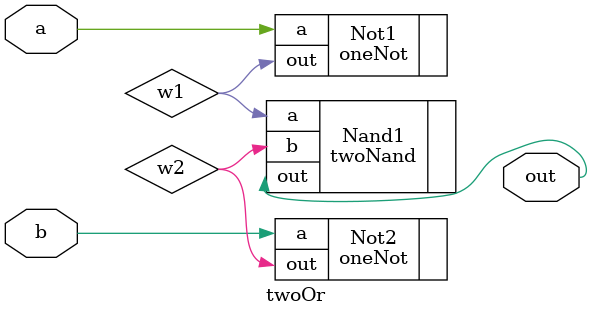
<source format=v>
module twoOr (a,b,out);

	input a,b;
	output out;
	wire w1,w2;
	
	oneNot Not1(
	.a(a),
	.out(w1));
	
	oneNot Not2(
	.a(b),
	.out(w2));
	
	twoNand Nand1(
	.a(w1),
	.b(w2),
	.out(out));

endmodule
</source>
